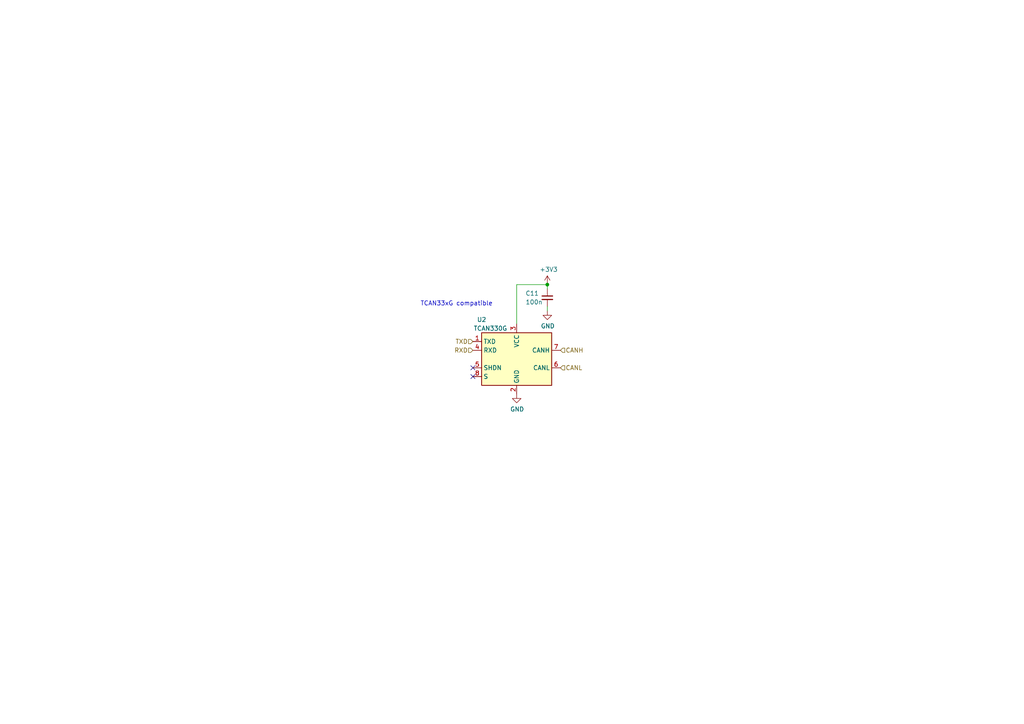
<source format=kicad_sch>
(kicad_sch (version 20211123) (generator eeschema)
  (paper "A4")
  (lib_symbols
    (symbol "Device:C_Small" (pin_numbers hide) (pin_names (offset 0.254) hide)
      (property "Reference" "C" (at 0.254 1.778 0))
      (property "Value" "C_Small" (at 0.254 -2.032 0))
      (symbol "C_Small_0_1"
        (polyline (pts (xy -1.524 -0.508) (xy 1.524 -0.508)) (stroke (width 0.3302)))
        (polyline (pts (xy -1.524 0.508) (xy 1.524 0.508)) (stroke (width 0.3048)))
      )
      (symbol "C_Small_1_1"
        (pin passive line (at 0 2.54 270) (length 2.032) (name "~") (number "1"))
        (pin passive line (at 0 -2.54 90) (length 2.032) (name "~") (number "2"))
      )
    )
    (symbol "Interface_CAN_LIN:TCAN330G"
      (property "Reference" "U" (at -10.16 8.89 0))
      (property "Value" "TCAN330G" (at 2.54 8.89 0))
      (symbol "TCAN330G_0_1"
        (rectangle (start -10.16 7.62) (end 10.16 -7.62) (stroke (width 0.254)) (fill (type background)))
      )
      (symbol "TCAN330G_1_1"
        (pin input line (at -12.7 5.08 0) (length 2.54) (name "TXD") (number "1"))
        (pin power_in line (at 0 -10.16 90) (length 2.54) (name "GND") (number "2"))
        (pin power_in line (at 0 10.16 270) (length 2.54) (name "VCC") (number "3"))
        (pin tri_state line (at -12.7 2.54 0) (length 2.54) (name "RXD") (number "4"))
        (pin input line (at -12.7 -2.54 0) (length 2.54) (name "SHDN") (number "5"))
        (pin bidirectional line (at 12.7 -2.54 180) (length 2.54) (name "CANL") (number "6"))
        (pin bidirectional line (at 12.7 2.54 180) (length 2.54) (name "CANH") (number "7"))
        (pin input line (at -12.7 -5.08 0) (length 2.54) (name "S") (number "8"))
      )
    )
    (symbol "power:+3V3" (power) (pin_names (offset 0))
      (property "Value" "+3V3" (at 0 3.556 0))
      (symbol "+3V3_0_1"
        (polyline (pts (xy -0.762 1.27) (xy 0 2.54)))
        (polyline (pts (xy 0 0) (xy 0 2.54)))
        (polyline (pts (xy 0 2.54) (xy 0.762 1.27)))
      )
      (symbol "+3V3_1_1"
        (pin power_in line (at 0 0 90) (length 0) hide (name "+3V3") (number "1"))
      )
    )
    (symbol "power:GND" (power) (pin_names (offset 0))
      (property "Value" "GND" (at 0 -3.81 0))
      (symbol "GND_0_1"
        (polyline (pts (xy 0 0) (xy 0 -1.27) (xy 1.27 -1.27) (xy 0 -2.54) (xy -1.27 -1.27) (xy 0 -1.27)))
      )
      (symbol "GND_1_1"
        (pin power_in line (at 0 0 270) (length 0) hide (name "GND") (number "1"))
      )
    )
  )
  (junction (at 158.75 82.55))
  (no_connect (at 137.16 106.68))
  (no_connect (at 137.16 109.22))
  (wire (pts (xy 158.75 83.82) (xy 158.75 82.55)))
  (wire (pts (xy 149.86 82.55) (xy 158.75 82.55)))
  (wire (pts (xy 149.86 93.98) (xy 149.86 82.55)))
  (wire (pts (xy 158.75 88.9) (xy 158.75 90.17)))
  (text "TCAN33xG compatible" (at 121.92 88.9 0) (effects (font (size 1.27 1.27)) (justify left bottom)))
  (hierarchical_label "CANL" (shape input) (at 162.56 106.68 0))
  (hierarchical_label "CANH" (shape input) (at 162.56 101.6 0))
  (hierarchical_label "TXD" (shape input) (at 137.16 99.06 180))
  (hierarchical_label "RXD" (shape input) (at 137.16 101.6 180))
  (symbol (lib_id "Device:C_Small") (at 158.75 86.36 0) (unit 1)
    (property "Reference" "C11" (at 152.4 85.09 0) (effects (justify left)))
    (property "Value" "100n" (at 152.4 87.63 0) (effects (justify left)))
    (property "Footprint" "Capacitor_SMD:C_0603_1608Metric" (effects hide))
  )
  (symbol (lib_id "Interface_CAN_LIN:TCAN330G") (at 149.86 104.14 0) (unit 1)
    (property "Reference" "U2" (at 139.7 92.71 0))
    (property "Value" "TCAN330G" (at 142.24 95.25 0))
    (property "Footprint" "Package_SO:SOIC-8_3.9x4.9mm_P1.27mm" (effects hide))
    (property "Datasheet" "http://www.ti.com/lit/ds/symlink/tcan337.pdf" (effects hide))
  )
  (symbol (lib_id "power:+3V3") (at 158.75 82.55 0) (unit 1)
    (property "Reference" "#PWR018" (effects hide))
    (property "Value" "+3V3" (at 159.131 78.1558 0))
  )
  (symbol (lib_id "power:GND") (at 149.86 114.3 0) (unit 1)
    (property "Reference" "#PWR017" (effects hide))
    (property "Value" "GND" (at 149.987 118.6942 0))
  )
  (symbol (lib_id "power:GND") (at 158.75 90.17 0) (unit 1)
    (property "Reference" "#PWR019" (effects hide))
    (property "Value" "GND" (at 158.877 94.5642 0))
  )
)
</source>
